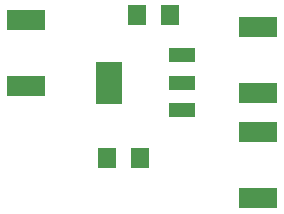
<source format=gtp>
G75*
%MOIN*%
%OFA0B0*%
%FSLAX25Y25*%
%IPPOS*%
%LPD*%
%AMOC8*
5,1,8,0,0,1.08239X$1,22.5*
%
%ADD10R,0.06299X0.07087*%
%ADD11R,0.08800X0.04800*%
%ADD12R,0.08661X0.14173*%
%ADD13R,0.12598X0.07087*%
D10*
X0208788Y0034300D03*
X0219812Y0034300D03*
X0218788Y0081800D03*
X0229812Y0081800D03*
D11*
X0234000Y0068400D03*
X0234000Y0059300D03*
X0234000Y0050200D03*
D12*
X0209599Y0059300D03*
D13*
X0181800Y0058276D03*
X0181800Y0080324D03*
X0259300Y0077824D03*
X0259300Y0055776D03*
X0259300Y0042824D03*
X0259300Y0020776D03*
M02*

</source>
